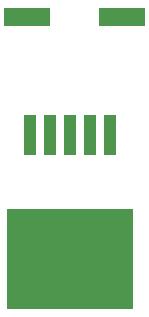
<source format=gbp>
G04 MADE WITH FRITZING*
G04 WWW.FRITZING.ORG*
G04 DOUBLE SIDED*
G04 HOLES PLATED*
G04 CONTOUR ON CENTER OF CONTOUR VECTOR*
%ASAXBY*%
%FSLAX23Y23*%
%MOIN*%
%OFA0B0*%
%SFA1.0B1.0*%
%ADD10R,0.157480X0.062992*%
%ADD11R,0.420011X0.335756*%
%ADD12R,0.039253X0.132747*%
%LNPASTEMASK0*%
G90*
G70*
G54D10*
X1540Y1036D03*
X1225Y1036D03*
G54D11*
X1367Y228D03*
G54D12*
X1500Y642D03*
X1433Y642D03*
X1367Y642D03*
X1300Y642D03*
X1233Y642D03*
G04 End of PasteMask0*
M02*
</source>
